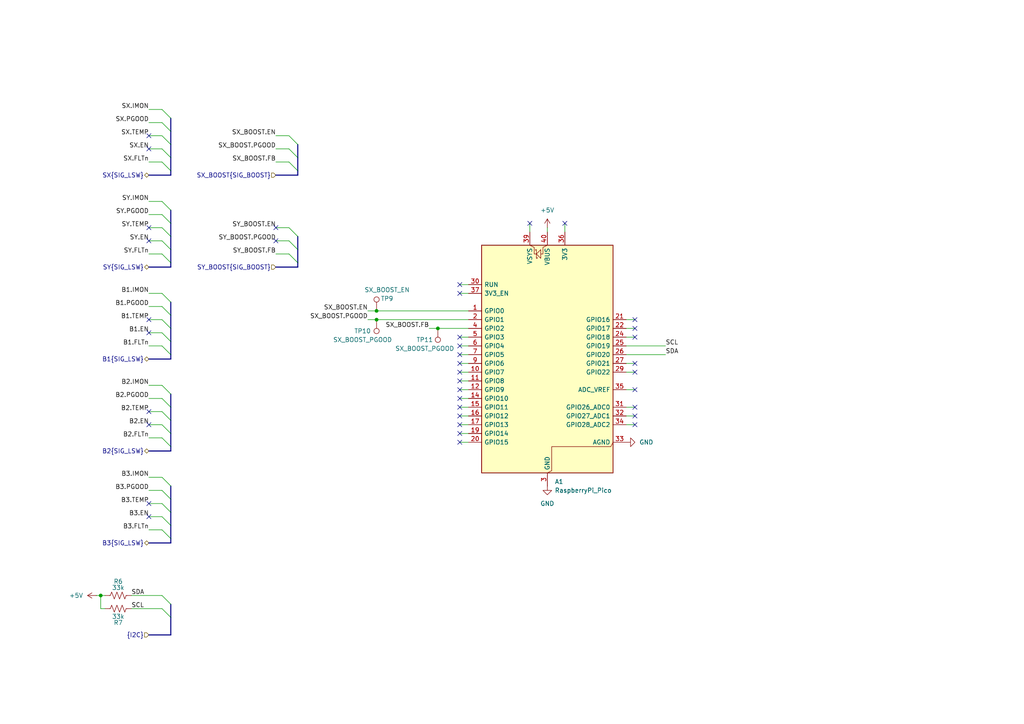
<source format=kicad_sch>
(kicad_sch (version 20250114) (generator "eeschema") (generator_version "9.0")
  (paper "A4")
  (title_block (title "House keeping") (rev "1") (company "Solar Airplane") (comment 1 "Engineer: Ezzat Suhaime") (comment 2 "Reviewer 1:") (comment 3 "Reviewer 2:"))
  (lib_symbols
    (symbol "Connector:TestPoint" (pin_numbers (hide yes)) (pin_names (offset 0.762) (hide yes))
      (property "Reference" "TP" (at 0 6.858 0))
      (property "Value" "TestPoint" (at 0 5.08 0))
      (symbol "TestPoint_0_1"
        (circle (center 0 3.302) (radius 0.762))
      )
      (symbol "TestPoint_1_1"
        (pin passive line (at 0 0 90) (length 2.54) (name "1") (number "1"))
      )
    )
    (symbol "Device:R_US" (pin_numbers (hide yes)) (pin_names (offset 0))
      (property "Reference" "R" (at 2.54 0 90))
      (property "Value" "R_US" (at -2.54 0 90))
      (symbol "R_US_0_1"
        (polyline (pts (xy 0 2.286) (xy 0 2.54)))
        (polyline (pts (xy 0 2.286) (xy 1.016 1.905) (xy 0 1.524) (xy -1.016 1.143) (xy 0 0.762)))
        (polyline (pts (xy 0 0.762) (xy 1.016 0.381) (xy 0 0) (xy -1.016 -0.381) (xy 0 -0.762)))
        (polyline (pts (xy 0 -0.762) (xy 1.016 -1.143) (xy 0 -1.524) (xy -1.016 -1.905) (xy 0 -2.286)))
        (polyline (pts (xy 0 -2.286) (xy 0 -2.54)))
      )
      (symbol "R_US_1_1"
        (pin passive line (at 0 3.81 270) (length 1.27) (name "~") (number "1"))
        (pin passive line (at 0 -3.81 90) (length 1.27) (name "~") (number "2"))
      )
    )
    (symbol "MCU_Module:RaspberryPi_Pico" (pin_names (offset 0.762))
      (property "Reference" "A" (at -19.05 35.56 0))
      (property "Value" "RaspberryPi_Pico" (at 7.62 35.56 0))
      (symbol "RaspberryPi_Pico_0_1"
        (rectangle (start -19.05 34.29) (end 19.05 -31.75) (stroke (width 0.254)) (fill (type background)))
        (polyline (pts (xy -5.08 34.29) (xy -3.81 33.655) (xy -3.81 31.75) (xy -3.175 31.75)))
        (polyline (pts (xy -3.429 32.766) (xy -3.429 33.02) (xy -3.175 33.02) (xy -3.175 30.48) (xy -2.921 30.48) (xy -2.921 30.734)))
        (polyline (pts (xy -3.175 31.75) (xy -1.905 33.02) (xy -1.905 30.48) (xy -3.175 31.75)))
        (polyline (pts (xy 0 34.29) (xy -1.27 33.655) (xy -1.27 31.75) (xy -1.905 31.75)))
        (polyline (pts (xy 0 -31.75) (xy 1.27 -31.115) (xy 1.27 -24.13) (xy 18.415 -24.13) (xy 19.05 -22.86)))
      )
      (symbol "RaspberryPi_Pico_1_1"
        (pin passive line (at -22.86 22.86 0) (length 3.81) (name "RUN") (number "30"))
        (pin passive line (at -22.86 20.32 0) (length 3.81) (name "3V3_EN") (number "37"))
        (pin bidirectional line (at -22.86 15.24 0) (length 3.81) (name "GPIO0") (number "1"))
        (pin bidirectional line (at -22.86 12.7 0) (length 3.81) (name "GPIO1") (number "2"))
        (pin bidirectional line (at -22.86 10.16 0) (length 3.81) (name "GPIO2") (number "4"))
        (pin bidirectional line (at -22.86 7.62 0) (length 3.81) (name "GPIO3") (number "5"))
        (pin bidirectional line (at -22.86 5.08 0) (length 3.81) (name "GPIO4") (number "6"))
        (pin bidirectional line (at -22.86 2.54 0) (length 3.81) (name "GPIO5") (number "7"))
        (pin bidirectional line (at -22.86 0 0) (length 3.81) (name "GPIO6") (number "9"))
        (pin bidirectional line (at -22.86 -2.54 0) (length 3.81) (name "GPIO7") (number "10"))
        (pin bidirectional line (at -22.86 -5.08 0) (length 3.81) (name "GPIO8") (number "11"))
        (pin bidirectional line (at -22.86 -7.62 0) (length 3.81) (name "GPIO9") (number "12"))
        (pin bidirectional line (at -22.86 -10.16 0) (length 3.81) (name "GPIO10") (number "14"))
        (pin bidirectional line (at -22.86 -12.7 0) (length 3.81) (name "GPIO11") (number "15"))
        (pin bidirectional line (at -22.86 -15.24 0) (length 3.81) (name "GPIO12") (number "16"))
        (pin bidirectional line (at -22.86 -17.78 0) (length 3.81) (name "GPIO13") (number "17"))
        (pin bidirectional line (at -22.86 -20.32 0) (length 3.81) (name "GPIO14") (number "19"))
        (pin bidirectional line (at -22.86 -22.86 0) (length 3.81) (name "GPIO15") (number "20"))
        (pin power_in line (at -5.08 38.1 270) (length 3.81) (name "VSYS") (number "39"))
        (pin power_out line (at 0 38.1 270) (length 3.81) (name "VBUS") (number "40"))
        (pin passive line (at 0 -35.56 90) (length 3.81) (hide yes) (name "GND") (number "13"))
        (pin passive line (at 0 -35.56 90) (length 3.81) (hide yes) (name "GND") (number "18"))
        (pin passive line (at 0 -35.56 90) (length 3.81) (hide yes) (name "GND") (number "23"))
        (pin passive line (at 0 -35.56 90) (length 3.81) (hide yes) (name "GND") (number "28"))
        (pin power_in line (at 0 -35.56 90) (length 3.81) (name "GND") (number "3"))
        (pin passive line (at 0 -35.56 90) (length 3.81) (hide yes) (name "GND") (number "38"))
        (pin passive line (at 0 -35.56 90) (length 3.81) (hide yes) (name "GND") (number "8"))
        (pin power_out line (at 5.08 38.1 270) (length 3.81) (name "3V3") (number "36"))
        (pin bidirectional line (at 22.86 12.7 180) (length 3.81) (name "GPIO16") (number "21"))
        (pin bidirectional line (at 22.86 10.16 180) (length 3.81) (name "GPIO17") (number "22"))
        (pin bidirectional line (at 22.86 7.62 180) (length 3.81) (name "GPIO18") (number "24"))
        (pin bidirectional line (at 22.86 5.08 180) (length 3.81) (name "GPIO19") (number "25"))
        (pin bidirectional line (at 22.86 2.54 180) (length 3.81) (name "GPIO20") (number "26"))
        (pin bidirectional line (at 22.86 0 180) (length 3.81) (name "GPIO21") (number "27"))
        (pin bidirectional line (at 22.86 -2.54 180) (length 3.81) (name "GPIO22") (number "29"))
        (pin power_in line (at 22.86 -7.62 180) (length 3.81) (name "ADC_VREF") (number "35"))
        (pin bidirectional line (at 22.86 -12.7 180) (length 3.81) (name "GPIO26_ADC0") (number "31"))
        (pin bidirectional line (at 22.86 -15.24 180) (length 3.81) (name "GPIO27_ADC1") (number "32"))
        (pin bidirectional line (at 22.86 -17.78 180) (length 3.81) (name "GPIO28_ADC2") (number "34"))
        (pin power_out line (at 22.86 -22.86 180) (length 3.81) (name "AGND") (number "33"))
      )
    )
    (symbol "power:+5V" (power) (pin_numbers (hide yes)) (pin_names (offset 0) (hide yes))
      (property "Value" "+5V" (at 0 3.556 0))
      (symbol "+5V_0_1"
        (polyline (pts (xy -0.762 1.27) (xy 0 2.54)))
        (polyline (pts (xy 0 2.54) (xy 0.762 1.27)))
        (polyline (pts (xy 0 0) (xy 0 2.54)))
      )
      (symbol "+5V_1_1"
        (pin power_in line (at 0 0 90) (length 0) (name "~") (number "1"))
      )
    )
    (symbol "power:GND" (power) (pin_numbers (hide yes)) (pin_names (offset 0) (hide yes))
      (property "Value" "GND" (at 0 -3.81 0))
      (symbol "GND_0_1"
        (polyline (pts (xy 0 0) (xy 0 -1.27) (xy 1.27 -1.27) (xy 0 -2.54) (xy -1.27 -1.27) (xy 0 -1.27)))
      )
      (symbol "GND_1_1"
        (pin power_in line (at 0 0 270) (length 0) (name "~") (number "1"))
      )
    )
  )
  (junction (at 109.22 92.71))
  (junction (at 29.21 172.72))
  (junction (at 127 95.25))
  (junction (at 109.22 90.17))
  (no_connect (at 43.18 123.19))
  (no_connect (at 43.18 149.86))
  (no_connect (at 153.67 64.77))
  (no_connect (at 133.35 97.79))
  (no_connect (at 184.15 120.65))
  (no_connect (at 133.35 100.33))
  (no_connect (at 43.18 96.52))
  (no_connect (at 80.01 66.04))
  (no_connect (at 133.35 82.55))
  (no_connect (at 133.35 113.03))
  (no_connect (at 184.15 92.71))
  (no_connect (at 184.15 97.79))
  (no_connect (at 133.35 123.19))
  (no_connect (at 133.35 85.09))
  (no_connect (at 133.35 107.95))
  (no_connect (at 133.35 110.49))
  (no_connect (at 43.18 92.71))
  (no_connect (at 184.15 123.19))
  (no_connect (at 133.35 120.65))
  (no_connect (at 184.15 95.25))
  (no_connect (at 80.01 69.85))
  (no_connect (at 43.18 119.38))
  (no_connect (at 43.18 146.05))
  (no_connect (at 133.35 105.41))
  (no_connect (at 43.18 69.85))
  (no_connect (at 163.83 64.77))
  (no_connect (at 43.18 43.18))
  (no_connect (at 133.35 115.57))
  (no_connect (at 133.35 102.87))
  (no_connect (at 43.18 66.04))
  (no_connect (at 184.15 105.41))
  (no_connect (at 133.35 125.73))
  (no_connect (at 184.15 107.95))
  (no_connect (at 43.18 39.37))
  (no_connect (at 184.15 113.03))
  (no_connect (at 184.15 118.11))
  (no_connect (at 133.35 118.11))
  (no_connect (at 133.35 128.27))
  (bus_entry (at 86.36 72.39) (size -2.54 -2.54))
  (bus_entry (at 46.99 39.37) (size 2.54 2.54))
  (bus_entry (at 46.99 123.19) (size 2.54 2.54))
  (bus_entry (at 86.36 76.2) (size -2.54 -2.54))
  (bus_entry (at 46.99 111.76) (size 2.54 2.54))
  (bus_entry (at 46.99 142.24) (size 2.54 2.54))
  (bus_entry (at 86.36 49.53) (size -2.54 -2.54))
  (bus_entry (at 46.99 62.23) (size 2.54 2.54))
  (bus_entry (at 86.36 68.58) (size -2.54 -2.54))
  (bus_entry (at 46.99 100.33) (size 2.54 2.54))
  (bus_entry (at 46.99 138.43) (size 2.54 2.54))
  (bus_entry (at 46.99 127) (size 2.54 2.54))
  (bus_entry (at 46.99 172.72) (size 2.54 2.54))
  (bus_entry (at 46.99 35.56) (size 2.54 2.54))
  (bus_entry (at 46.99 31.75) (size 2.54 2.54))
  (bus_entry (at 46.99 115.57) (size 2.54 2.54))
  (bus_entry (at 46.99 58.42) (size 2.54 2.54))
  (bus_entry (at 46.99 69.85) (size 2.54 2.54))
  (bus_entry (at 86.36 45.72) (size -2.54 -2.54))
  (bus_entry (at 46.99 96.52) (size 2.54 2.54))
  (bus_entry (at 86.36 41.91) (size -2.54 -2.54))
  (bus_entry (at 46.99 146.05) (size 2.54 2.54))
  (bus_entry (at 46.99 88.9) (size 2.54 2.54))
  (bus_entry (at 46.99 119.38) (size 2.54 2.54))
  (bus_entry (at 46.99 46.99) (size 2.54 2.54))
  (bus_entry (at 46.99 73.66) (size 2.54 2.54))
  (bus_entry (at 46.99 149.86) (size 2.54 2.54))
  (bus_entry (at 46.99 66.04) (size 2.54 2.54))
  (bus_entry (at 46.99 176.53) (size 2.54 2.54))
  (bus_entry (at 46.99 85.09) (size 2.54 2.54))
  (bus_entry (at 46.99 43.18) (size 2.54 2.54))
  (bus_entry (at 46.99 92.71) (size 2.54 2.54))
  (bus_entry (at 46.99 153.67) (size 2.54 2.54))
  (wire (pts (xy 106.68 92.71) (xy 109.22 92.71)))
  (wire (pts (xy 29.21 172.72) (xy 30.48 172.72)))
  (wire (pts (xy 46.99 66.04) (xy 43.18 66.04)))
  (bus (pts (xy 49.53 76.2) (xy 49.53 77.47)))
  (bus (pts (xy 49.53 38.1) (xy 49.53 41.91)))
  (wire (pts (xy 46.99 146.05) (xy 43.18 146.05)))
  (wire (pts (xy 133.35 110.49) (xy 135.89 110.49)))
  (bus (pts (xy 49.53 41.91) (xy 49.53 45.72)))
  (wire (pts (xy 193.04 100.33) (xy 181.61 100.33)))
  (bus (pts (xy 49.53 60.96) (xy 49.53 64.77)))
  (bus (pts (xy 49.53 102.87) (xy 49.53 104.14)))
  (wire (pts (xy 133.35 115.57) (xy 135.89 115.57)))
  (bus (pts (xy 86.36 76.2) (xy 86.36 77.47)))
  (wire (pts (xy 80.01 46.99) (xy 83.82 46.99)))
  (wire (pts (xy 109.22 92.71) (xy 135.89 92.71)))
  (wire (pts (xy 46.99 88.9) (xy 43.18 88.9)))
  (wire (pts (xy 184.15 97.79) (xy 181.61 97.79)))
  (wire (pts (xy 184.15 118.11) (xy 181.61 118.11)))
  (bus (pts (xy 86.36 41.91) (xy 86.36 45.72)))
  (wire (pts (xy 109.22 90.17) (xy 135.89 90.17)))
  (bus (pts (xy 80.01 77.47) (xy 86.36 77.47)))
  (wire (pts (xy 46.99 35.56) (xy 43.18 35.56)))
  (wire (pts (xy 46.99 100.33) (xy 43.18 100.33)))
  (bus (pts (xy 86.36 68.58) (xy 86.36 72.39)))
  (wire (pts (xy 158.75 66.04) (xy 158.75 67.31)))
  (wire (pts (xy 133.35 113.03) (xy 135.89 113.03)))
  (wire (pts (xy 83.82 39.37) (xy 80.01 39.37)))
  (wire (pts (xy 46.99 69.85) (xy 43.18 69.85)))
  (wire (pts (xy 46.99 31.75) (xy 43.18 31.75)))
  (wire (pts (xy 46.99 43.18) (xy 43.18 43.18)))
  (wire (pts (xy 30.48 176.53) (xy 29.21 176.53)))
  (wire (pts (xy 29.21 172.72) (xy 29.21 176.53)))
  (wire (pts (xy 124.46 95.25) (xy 127 95.25)))
  (wire (pts (xy 46.99 127) (xy 43.18 127)))
  (wire (pts (xy 46.99 119.38) (xy 43.18 119.38)))
  (wire (pts (xy 80.01 73.66) (xy 83.82 73.66)))
  (wire (pts (xy 133.35 82.55) (xy 135.89 82.55)))
  (wire (pts (xy 163.83 64.77) (xy 163.83 67.31)))
  (bus (pts (xy 49.53 49.53) (xy 49.53 50.8)))
  (bus (pts (xy 86.36 45.72) (xy 86.36 49.53)))
  (wire (pts (xy 127 95.25) (xy 135.89 95.25)))
  (bus (pts (xy 49.53 99.06) (xy 49.53 102.87)))
  (wire (pts (xy 46.99 85.09) (xy 43.18 85.09)))
  (wire (pts (xy 46.99 58.42) (xy 43.18 58.42)))
  (bus (pts (xy 49.53 129.54) (xy 49.53 130.81)))
  (wire (pts (xy 38.1 176.53) (xy 46.99 176.53)))
  (wire (pts (xy 153.67 64.77) (xy 153.67 67.31)))
  (bus (pts (xy 49.53 184.15) (xy 43.18 184.15)))
  (wire (pts (xy 133.35 125.73) (xy 135.89 125.73)))
  (wire (pts (xy 133.35 97.79) (xy 135.89 97.79)))
  (bus (pts (xy 49.53 148.59) (xy 49.53 152.4)))
  (bus (pts (xy 49.53 125.73) (xy 49.53 129.54)))
  (wire (pts (xy 46.99 115.57) (xy 43.18 115.57)))
  (wire (pts (xy 27.94 172.72) (xy 29.21 172.72)))
  (wire (pts (xy 46.99 138.43) (xy 43.18 138.43)))
  (wire (pts (xy 133.35 85.09) (xy 135.89 85.09)))
  (wire (pts (xy 184.15 95.25) (xy 181.61 95.25)))
  (wire (pts (xy 133.35 128.27) (xy 135.89 128.27)))
  (wire (pts (xy 46.99 73.66) (xy 43.18 73.66)))
  (bus (pts (xy 49.53 144.78) (xy 49.53 148.59)))
  (bus (pts (xy 49.53 114.3) (xy 49.53 118.11)))
  (bus (pts (xy 49.53 72.39) (xy 49.53 76.2)))
  (wire (pts (xy 184.15 92.71) (xy 181.61 92.71)))
  (wire (pts (xy 46.99 142.24) (xy 43.18 142.24)))
  (bus (pts (xy 43.18 50.8) (xy 49.53 50.8)))
  (wire (pts (xy 46.99 46.99) (xy 43.18 46.99)))
  (bus (pts (xy 49.53 179.07) (xy 49.53 175.26)))
  (bus (pts (xy 49.53 118.11) (xy 49.53 121.92)))
  (wire (pts (xy 46.99 96.52) (xy 43.18 96.52)))
  (bus (pts (xy 49.53 95.25) (xy 49.53 99.06)))
  (wire (pts (xy 46.99 149.86) (xy 43.18 149.86)))
  (wire (pts (xy 184.15 107.95) (xy 181.61 107.95)))
  (wire (pts (xy 181.61 102.87) (xy 193.04 102.87)))
  (bus (pts (xy 43.18 130.81) (xy 49.53 130.81)))
  (wire (pts (xy 184.15 105.41) (xy 181.61 105.41)))
  (bus (pts (xy 49.53 68.58) (xy 49.53 72.39)))
  (bus (pts (xy 49.53 152.4) (xy 49.53 156.21)))
  (wire (pts (xy 83.82 69.85) (xy 80.01 69.85)))
  (bus (pts (xy 49.53 156.21) (xy 49.53 157.48)))
  (wire (pts (xy 46.99 39.37) (xy 43.18 39.37)))
  (bus (pts (xy 49.53 64.77) (xy 49.53 68.58)))
  (bus (pts (xy 43.18 157.48) (xy 49.53 157.48)))
  (wire (pts (xy 83.82 66.04) (xy 80.01 66.04)))
  (wire (pts (xy 46.99 111.76) (xy 43.18 111.76)))
  (wire (pts (xy 83.82 43.18) (xy 80.01 43.18)))
  (wire (pts (xy 46.99 92.71) (xy 43.18 92.71)))
  (wire (pts (xy 133.35 105.41) (xy 135.89 105.41)))
  (wire (pts (xy 133.35 120.65) (xy 135.89 120.65)))
  (wire (pts (xy 184.15 120.65) (xy 181.61 120.65)))
  (wire (pts (xy 133.35 118.11) (xy 135.89 118.11)))
  (bus (pts (xy 49.53 45.72) (xy 49.53 49.53)))
  (bus (pts (xy 49.53 87.63) (xy 49.53 91.44)))
  (wire (pts (xy 38.1 172.72) (xy 46.99 172.72)))
  (bus (pts (xy 49.53 140.97) (xy 49.53 144.78)))
  (bus (pts (xy 43.18 77.47) (xy 49.53 77.47)))
  (bus (pts (xy 86.36 49.53) (xy 86.36 50.8)))
  (wire (pts (xy 133.35 102.87) (xy 135.89 102.87)))
  (bus (pts (xy 43.18 104.14) (xy 49.53 104.14)))
  (wire (pts (xy 184.15 113.03) (xy 181.61 113.03)))
  (wire (pts (xy 133.35 100.33) (xy 135.89 100.33)))
  (wire (pts (xy 133.35 123.19) (xy 135.89 123.19)))
  (bus (pts (xy 86.36 72.39) (xy 86.36 76.2)))
  (bus (pts (xy 49.53 121.92) (xy 49.53 125.73)))
  (bus (pts (xy 49.53 34.29) (xy 49.53 38.1)))
  (wire (pts (xy 106.68 90.17) (xy 109.22 90.17)))
  (bus (pts (xy 49.53 184.15) (xy 49.53 179.07)))
  (bus (pts (xy 80.01 50.8) (xy 86.36 50.8)))
  (bus (pts (xy 49.53 91.44) (xy 49.53 95.25)))
  (wire (pts (xy 46.99 62.23) (xy 43.18 62.23)))
  (wire (pts (xy 46.99 123.19) (xy 43.18 123.19)))
  (wire (pts (xy 184.15 123.19) (xy 181.61 123.19)))
  (wire (pts (xy 46.99 153.67) (xy 43.18 153.67)))
  (wire (pts (xy 133.35 107.95) (xy 135.89 107.95)))
  (label "SX_BOOST.PGOOD" (at 80.01 43.18 180))
  (label "SX.FLTn" (at 43.18 46.99 180))
  (label "SY_BOOST.FB" (at 80.01 73.66 180))
  (label "SX_BOOST.EN" (at 80.01 39.37 180))
  (label "B1.EN" (at 43.18 96.52 180))
  (label "B3.IMON" (at 43.18 138.43 180))
  (label "SDA" (at 38.1 172.72 0))
  (label "SY.IMON" (at 43.18 58.42 180))
  (label "B3.EN" (at 43.18 149.86 180))
  (label "SY.PGOOD" (at 43.18 62.23 180))
  (label "SY.FLTn" (at 43.18 73.66 180))
  (label "SX_BOOST.EN" (at 106.68 90.17 180))
  (label "SX_BOOST.FB" (at 80.01 46.99 180))
  (label "SCL" (at 38.1 176.53 0))
  (label "B2.EN" (at 43.18 123.19 180))
  (label "SDA" (at 193.04 102.87 0))
  (label "B3.TEMP" (at 43.18 146.05 180))
  (label "B1.FLTn" (at 43.18 100.33 180))
  (label "SX.EN" (at 43.18 43.18 180))
  (label "SY.TEMP" (at 43.18 66.04 180))
  (label "B1.IMON" (at 43.18 85.09 180))
  (label "SY.EN" (at 43.18 69.85 180))
  (label "B3.FLTn" (at 43.18 153.67 180))
  (label "B2.TEMP" (at 43.18 119.38 180))
  (label "SX.PGOOD" (at 43.18 35.56 180))
  (label "B1.TEMP" (at 43.18 92.71 180))
  (label "SX_BOOST.FB" (at 124.46 95.25 180))
  (label "SY_BOOST.EN" (at 80.01 66.04 180))
  (label "SX_BOOST.PGOOD" (at 106.68 92.71 180))
  (label "B2.FLTn" (at 43.18 127 180))
  (label "SX.IMON" (at 43.18 31.75 180))
  (label "SX.TEMP" (at 43.18 39.37 180))
  (label "B1.PGOOD" (at 43.18 88.9 180))
  (label "B3.PGOOD" (at 43.18 142.24 180))
  (label "B2.PGOOD" (at 43.18 115.57 180))
  (label "B2.IMON" (at 43.18 111.76 180))
  (label "SCL" (at 193.04 100.33 0))
  (label "SY_BOOST.PGOOD" (at 80.01 69.85 180))
  (hierarchical_label "B1{SIG_LSW}" (shape bidirectional) (at 43.18 104.14 180))
  (hierarchical_label "B3{SIG_LSW}" (shape bidirectional) (at 43.18 157.48 180))
  (hierarchical_label "SX{SIG_LSW}" (shape bidirectional) (at 43.18 50.8 180))
  (hierarchical_label "SX_BOOST{SIG_BOOST}" (shape input) (at 80.01 50.8 180))
  (hierarchical_label "SY_BOOST{SIG_BOOST}" (shape input) (at 80.01 77.47 180))
  (hierarchical_label "B2{SIG_LSW}" (shape bidirectional) (at 43.18 130.81 180))
  (hierarchical_label "{I2C}" (shape input) (at 43.18 184.15 180))
  (hierarchical_label "SY{SIG_LSW}" (shape bidirectional) (at 43.18 77.47 180))
  (symbol (lib_id "power:GND") (at 181.61 128.27 90) (unit 1)
    (property "Reference" "#PWR023" (effects (hide yes)))
    (property "Value" "GND" (at 185.42 128.2699 90) (effects (justify right)))
    (property "Description" "Power symbol creates a global label with name \"GND\" , ground" (effects (hide yes)))
  )
  (symbol (lib_id "Device:R_US") (at 34.29 176.53 270) (unit 1)
    (property "Reference" "R7" (at 34.29 180.594 90))
    (property "Value" "33k" (at 34.29 178.816 90))
    (property "Footprint" "Resistor_SMD:R_0603_1608Metric" (effects (hide yes)))
    (property "Datasheet" "https://industrial.panasonic.com/cdbs/www-data/pdf/RDM0000/AOA0000C307.pdf" (effects (hide yes)))
    (property "Description" "RES SMD 33K OHM 0.1% 1/10W 0603" (effects (hide yes)))
    (property "Mfr" "Panasonic Electronic Components" (effects (hide yes)))
    (property "Mfr P/N" "ERA-3AEB333V" (effects (hide yes)))
    (property "Supplier_1" "Digikey" (effects (hide yes)))
    (property "Supplier_1 P/N" "P33KDBTR-ND" (effects (hide yes)))
    (property "Supplier_1 Unit Price" "0.10000" (effects (hide yes)))
    (property "Supplier_1 Price @ Qty" "1" (effects (hide yes)))
  )
  (symbol (lib_id "Device:R_US") (at 34.29 172.72 90) (unit 1)
    (property "Reference" "R6" (at 34.29 168.656 90))
    (property "Value" "33k" (at 34.29 170.434 90))
    (property "Footprint" "Resistor_SMD:R_0603_1608Metric" (effects (hide yes)))
    (property "Datasheet" "https://industrial.panasonic.com/cdbs/www-data/pdf/RDM0000/AOA0000C307.pdf" (effects (hide yes)))
    (property "Description" "RES SMD 33K OHM 0.1% 1/10W 0603" (effects (hide yes)))
    (property "Mfr" "Panasonic Electronic Components" (effects (hide yes)))
    (property "Mfr P/N" "ERA-3AEB333V" (effects (hide yes)))
    (property "Supplier_1" "Digikey" (effects (hide yes)))
    (property "Supplier_1 P/N" "P33KDBTR-ND" (effects (hide yes)))
    (property "Supplier_1 Unit Price" "0.10000" (effects (hide yes)))
    (property "Supplier_1 Price @ Qty" "1" (effects (hide yes)))
  )
  (symbol (lib_id "Connector:TestPoint") (at 109.22 92.71 180) (unit 1)
    (property "Reference" "TP10" (at 105.156 96.012 0))
    (property "Value" "SX_BOOST_PGOOD" (at 105.156 98.552 0))
    (property "Description" "test point" (effects (hide yes)))
  )
  (symbol (lib_id "power:GND") (at 158.75 140.97 0) (unit 1)
    (property "Reference" "#PWR022" (effects (hide yes)))
    (property "Value" "GND" (at 158.75 146.05 0))
    (property "Description" "Power symbol creates a global label with name \"GND\" , ground" (effects (hide yes)))
  )
  (symbol (lib_id "Connector:TestPoint") (at 127 95.25 180) (unit 1)
    (property "Reference" "TP11" (at 123.19 98.552 0))
    (property "Value" "SX_BOOST_PGOOD" (at 123.19 101.092 0))
    (property "Description" "test point" (effects (hide yes)))
  )
  (symbol (lib_id "power:+5V") (at 27.94 172.72 90) (unit 1)
    (property "Reference" "#PWR021" (effects (hide yes)))
    (property "Value" "+5V" (at 24.13 172.7199 90) (effects (justify left)))
    (property "Description" "Power symbol creates a global label with name \"+5V\"" (effects (hide yes)))
  )
  (symbol (lib_id "power:+5V") (at 158.75 66.04 0) (unit 1)
    (property "Reference" "#PWR0140" (effects (hide yes)))
    (property "Value" "+5V" (at 158.75 60.96 0))
    (property "Description" "Power symbol creates a global label with name \"+5V\"" (effects (hide yes)))
  )
  (symbol (lib_id "MCU_Module:RaspberryPi_Pico") (at 158.75 105.41 0) (unit 1)
    (property "Reference" "A1" (at 160.8933 139.7 0) (effects (justify left)))
    (property "Value" "RaspberryPi_Pico" (at 160.8933 142.24 0) (effects (justify left)))
    (property "Footprint" "Module:RaspberryPi_Pico_Common_Unspecified" (effects (hide yes)))
    (property "Datasheet" "https://datasheets.raspberrypi.com/pico/pico-datasheet.pdf" (effects (hide yes)))
    (property "Description" "Versatile and inexpensive microcontroller module powered by RP2040 dual-core Arm Cortex-M0+ processor up to 133 MHz, 264kB SRAM, 2MB QSPI flash; also supports Raspberry Pi Pico 2" (effects (hide yes)))
  )
  (symbol (lib_id "Connector:TestPoint") (at 109.22 90.17 0) (unit 1)
    (property "Reference" "TP9" (at 112.268 86.614 0))
    (property "Value" "SX_BOOST_EN" (at 112.268 84.074 0))
    (property "Description" "test point" (effects (hide yes)))
  )
)
</source>
